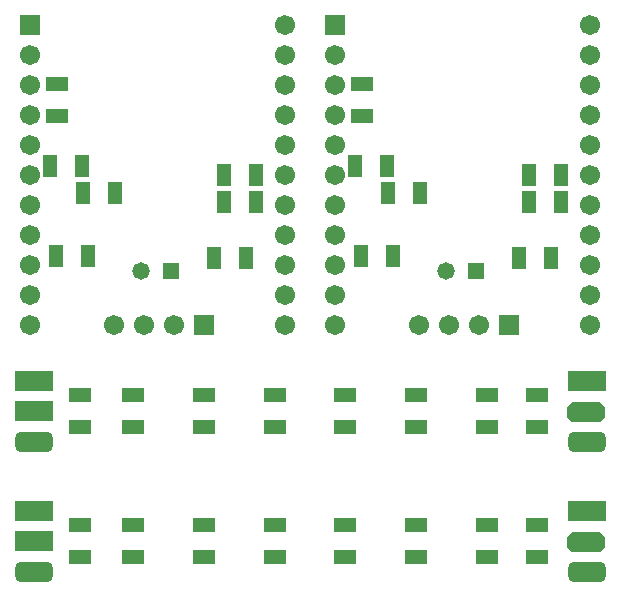
<source format=gbs>
G04 Layer_Color=16711935*
%FSLAX23Y23*%
%MOIN*%
G70*
G01*
G75*
%ADD44C,0.058*%
%ADD45R,0.058X0.058*%
%ADD46C,0.067*%
%ADD47R,0.067X0.067*%
%ADD48R,0.067X0.067*%
%ADD49R,0.051X0.075*%
%ADD50R,0.075X0.051*%
%ADD51R,0.126X0.068*%
G04:AMPARAMS|DCode=52|XSize=126mil|YSize=68mil|CornerRadius=0mil|HoleSize=0mil|Usage=FLASHONLY|Rotation=0.000|XOffset=0mil|YOffset=0mil|HoleType=Round|Shape=Octagon|*
%AMOCTAGOND52*
4,1,8,0.063,-0.017,0.063,0.017,0.046,0.034,-0.046,0.034,-0.063,0.017,-0.063,-0.017,-0.046,-0.034,0.046,-0.034,0.063,-0.017,0.0*
%
%ADD52OCTAGOND52*%

G04:AMPARAMS|DCode=53|XSize=126mil|YSize=68mil|CornerRadius=19mil|HoleSize=0mil|Usage=FLASHONLY|Rotation=0.000|XOffset=0mil|YOffset=0mil|HoleType=Round|Shape=RoundedRectangle|*
%AMROUNDEDRECTD53*
21,1,0.126,0.030,0,0,0.0*
21,1,0.088,0.068,0,0,0.0*
1,1,0.038,0.044,-0.015*
1,1,0.038,-0.044,-0.015*
1,1,0.038,-0.044,0.015*
1,1,0.038,0.044,0.015*
%
%ADD53ROUNDEDRECTD53*%
D44*
X1439Y1099D02*
D03*
X420D02*
D03*
D45*
X1539D02*
D03*
X520D02*
D03*
D46*
X1919Y1919D02*
D03*
Y1819D02*
D03*
Y1719D02*
D03*
Y1619D02*
D03*
Y1519D02*
D03*
Y1419D02*
D03*
Y1319D02*
D03*
Y1219D02*
D03*
Y1119D02*
D03*
Y1019D02*
D03*
Y919D02*
D03*
X1069Y1819D02*
D03*
Y1719D02*
D03*
Y1619D02*
D03*
Y1519D02*
D03*
Y1419D02*
D03*
Y1319D02*
D03*
Y1219D02*
D03*
Y1119D02*
D03*
Y1019D02*
D03*
Y919D02*
D03*
X1549D02*
D03*
X1449D02*
D03*
X1349D02*
D03*
X900Y1919D02*
D03*
Y1819D02*
D03*
Y1719D02*
D03*
Y1619D02*
D03*
Y1519D02*
D03*
Y1419D02*
D03*
Y1319D02*
D03*
Y1219D02*
D03*
Y1119D02*
D03*
Y1019D02*
D03*
Y919D02*
D03*
X50Y1819D02*
D03*
Y1719D02*
D03*
Y1619D02*
D03*
Y1519D02*
D03*
Y1419D02*
D03*
Y1319D02*
D03*
Y1219D02*
D03*
Y1119D02*
D03*
Y1019D02*
D03*
Y919D02*
D03*
X530D02*
D03*
X430D02*
D03*
X330D02*
D03*
D47*
X1069Y1919D02*
D03*
X50D02*
D03*
D48*
X1649Y919D02*
D03*
X630D02*
D03*
D49*
X1245Y1359D02*
D03*
X1352D02*
D03*
X1242Y1449D02*
D03*
X1135D02*
D03*
X1155Y1147D02*
D03*
X1262D02*
D03*
X1715Y1329D02*
D03*
X1822D02*
D03*
Y1419D02*
D03*
X1715D02*
D03*
X1788Y1140D02*
D03*
X1682D02*
D03*
X227Y1359D02*
D03*
X333D02*
D03*
X223Y1449D02*
D03*
X117D02*
D03*
X137Y1147D02*
D03*
X243D02*
D03*
X697Y1329D02*
D03*
X803D02*
D03*
Y1419D02*
D03*
X697D02*
D03*
X770Y1140D02*
D03*
X663D02*
D03*
D50*
X1159Y1722D02*
D03*
Y1615D02*
D03*
X140Y1722D02*
D03*
Y1615D02*
D03*
X217Y144D02*
D03*
Y250D02*
D03*
X630Y144D02*
D03*
Y250D02*
D03*
X394Y144D02*
D03*
Y250D02*
D03*
X866Y144D02*
D03*
Y250D02*
D03*
X1339Y144D02*
D03*
Y250D02*
D03*
X1575Y144D02*
D03*
Y250D02*
D03*
X1740Y144D02*
D03*
Y250D02*
D03*
X1102Y144D02*
D03*
Y250D02*
D03*
X217Y577D02*
D03*
Y683D02*
D03*
X630Y577D02*
D03*
Y683D02*
D03*
X394Y577D02*
D03*
Y683D02*
D03*
X866Y577D02*
D03*
Y683D02*
D03*
X1339Y577D02*
D03*
Y683D02*
D03*
X1575Y577D02*
D03*
Y683D02*
D03*
X1740Y577D02*
D03*
Y683D02*
D03*
X1102Y577D02*
D03*
Y683D02*
D03*
D51*
X1906Y299D02*
D03*
X64Y197D02*
D03*
Y299D02*
D03*
X1906Y732D02*
D03*
X64Y630D02*
D03*
Y732D02*
D03*
D52*
X1905Y196D02*
D03*
Y629D02*
D03*
D53*
X1906Y94D02*
D03*
X65D02*
D03*
X1906Y528D02*
D03*
X65D02*
D03*
M02*

</source>
